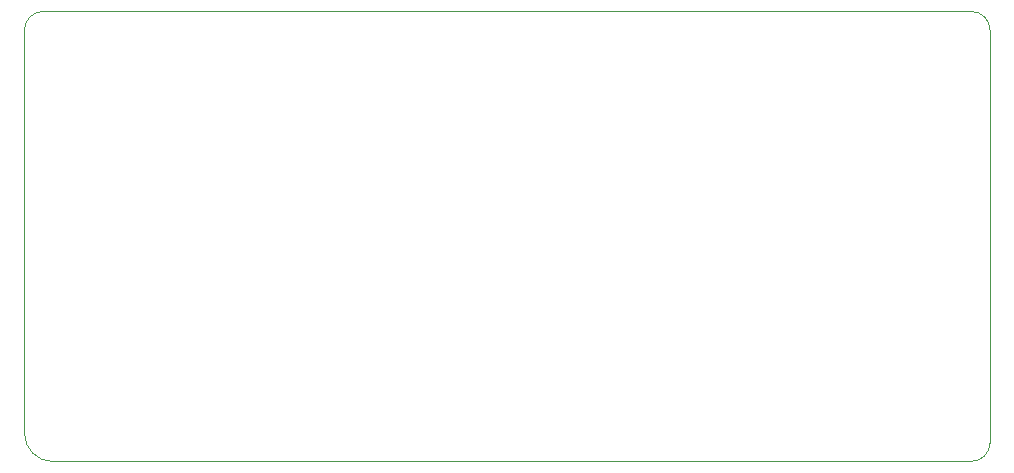
<source format=gm1>
G04 #@! TF.GenerationSoftware,KiCad,Pcbnew,(5.1.4-0-10_14)*
G04 #@! TF.CreationDate,2021-05-05T22:13:24+08:00*
G04 #@! TF.ProjectId,pcb-project,7063622d-7072-46f6-9a65-63742e6b6963,rev?*
G04 #@! TF.SameCoordinates,Original*
G04 #@! TF.FileFunction,Profile,NP*
%FSLAX46Y46*%
G04 Gerber Fmt 4.6, Leading zero omitted, Abs format (unit mm)*
G04 Created by KiCad (PCBNEW (5.1.4-0-10_14)) date 2021-05-05 22:13:24*
%MOMM*%
%LPD*%
G04 APERTURE LIST*
%ADD10C,0.050000*%
G04 APERTURE END LIST*
D10*
X161131250Y-103187500D02*
X161925000Y-103187500D01*
X159543750Y-104775000D02*
G75*
G02X161131250Y-103187500I1587500J0D01*
G01*
X161925000Y-141287500D02*
G75*
G02X159543750Y-138906250I0J2381250D01*
G01*
X159543750Y-138906250D02*
X159543750Y-104775000D01*
X239712500Y-103187500D02*
X161925000Y-103187500D01*
X239712500Y-141287500D02*
X161925000Y-141287500D01*
X241300000Y-104775000D02*
X241300000Y-139700000D01*
X241300000Y-139700000D02*
G75*
G02X239712500Y-141287500I-1587500J0D01*
G01*
X239712500Y-103187500D02*
G75*
G02X241300000Y-104775000I0J-1587500D01*
G01*
M02*

</source>
